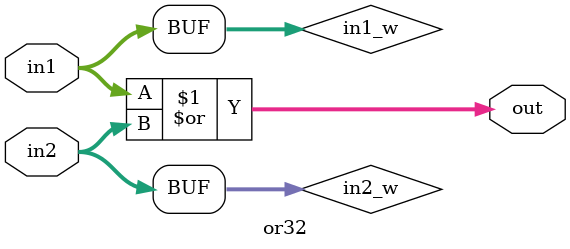
<source format=v>

module or32(in1 , in2 , out);
  
  input [31:0] in1,in2;
  output [31:0] out;
  
  wire [31:0] in1_w, in2_w;
  
  assign in1_w = in1;
  assign in2_w = in2;
  
  
  assign out = in1 | in2;
  
endmodule

  
</source>
